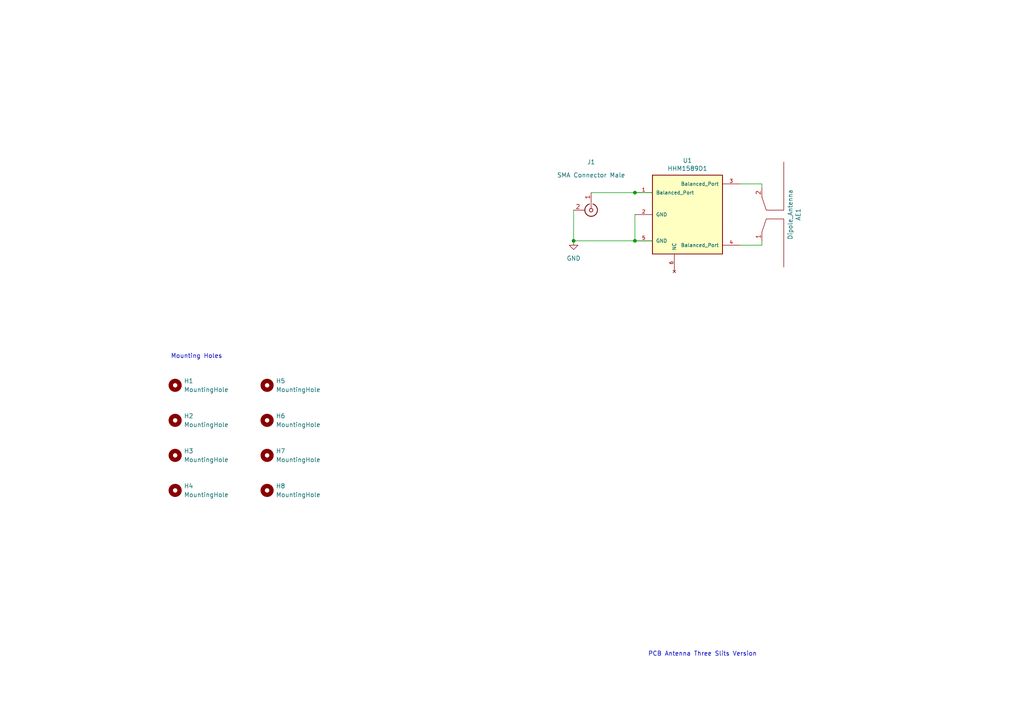
<source format=kicad_sch>
(kicad_sch (version 20211123) (generator eeschema)
  (paper "A4")
  (lib_symbols
    (symbol "Connector:Conn_Coaxial" (pin_names (offset 1.016) hide)
      (property "Reference" "J" (at 0.254 3.048 0))
      (property "Value" "Conn_Coaxial" (at 2.921 0 90))
      (symbol "Conn_Coaxial_0_1"
        (arc (start -1.778 -0.508) (mid 0.2311 -1.8066) (end 1.778 0) (stroke (width 0.254)))
        (polyline (pts (xy -2.54 0) (xy -0.508 0)))
        (polyline (pts (xy 0 -2.54) (xy 0 -1.778)))
        (circle (center 0 0) (radius 0.508) (stroke (width 0.2032)))
        (arc (start 1.778 0) (mid 0.2099 1.8101) (end -1.778 0.508) (stroke (width 0.254)))
      )
      (symbol "Conn_Coaxial_1_1"
        (pin passive line (at -5.08 0 0) (length 2.54) (name "In") (number "1"))
        (pin passive line (at 0 -5.08 90) (length 2.54) (name "Ext") (number "2"))
      )
    )
    (symbol "Mechanical:MountingHole" (pin_names (offset 1.016))
      (property "Reference" "H" (at 0 5.08 0))
      (property "Value" "MountingHole" (at 0 3.175 0))
      (symbol "MountingHole_0_1"
        (circle (center 0 0) (radius 1.27) (stroke (width 1.27)))
      )
    )
    (symbol "power:GND" (power) (pin_names (offset 0))
      (property "Value" "GND" (at 0 -3.81 0))
      (symbol "GND_0_1"
        (polyline (pts (xy 0 0) (xy 0 -1.27) (xy 1.27 -1.27) (xy 0 -2.54) (xy -1.27 -1.27) (xy 0 -1.27)))
      )
      (symbol "GND_1_1"
        (pin power_in line (at 0 0 270) (length 0) hide (name "GND") (number "1"))
      )
    )
    (symbol "solar-panel-side-Z-minus-rescue:HHM1589D1-sapling" (pin_names (offset 1.016))
      (property "Reference" "U" (at 0 0 0))
      (property "Value" "HHM1589D1-sapling" (at 0 2.54 0))
      (symbol "HHM1589D1-sapling_1_1"
        (rectangle (start -10.16 -25.4) (end 10.16 -2.54) (stroke (width 0.254)) (fill (type background)))
        (pin bidirectional line (at -15.24 -7.62 0) (length 5.08) (name "Balanced_Port") (number "1"))
        (pin power_in line (at -15.24 -13.97 0) (length 5.08) (name "GND") (number "2"))
        (pin bidirectional line (at 15.24 -5.08 180) (length 5.08) (name "Balanced_Port") (number "3"))
        (pin bidirectional line (at 15.24 -22.86 180) (length 5.08) (name "Balanced_Port") (number "4"))
        (pin power_in line (at -15.24 -21.59 0) (length 5.08) (name "GND") (number "5"))
        (pin no_connect line (at -3.81 -30.48 90) (length 5.08) (name "NC") (number "6"))
      )
    )
    (symbol "solar-panel-side-Z-minus-rescue:UHF_Dipole_Antenna-sapling" (pin_names (offset 1.016))
      (property "Reference" "AE" (at 0 2.54 0))
      (property "Value" "UHF_Dipole_Antenna-sapling" (at 0 5.08 0))
      (symbol "UHF_Dipole_Antenna-sapling_0_1"
        (polyline (pts (xy 1.27 -3.81) (xy 5.08 -5.08)))
        (polyline (pts (xy 11.43 1.27) (xy 13.97 1.27)))
        (polyline (pts (xy 13.97 1.27) (xy 15.24 1.27)))
        (polyline (pts (xy 1.27 -3.81) (xy 1.27 1.27) (xy 11.43 1.27)))
        (polyline (pts (xy -15.24 1.27) (xy -1.27 1.27) (xy -1.27 -3.81) (xy -5.08 -5.08)))
      )
      (symbol "UHF_Dipole_Antenna-sapling_1_1"
        (pin passive line (at -7.62 -5.08 0) (length 2.54) (name "~") (number "1"))
        (pin passive line (at 7.62 -5.08 180) (length 2.54) (name "~") (number "2"))
      )
    )
  )
  (junction (at 166.37 69.85))
  (junction (at 184.15 69.85))
  (junction (at 184.15 55.88))
  (wire (pts (xy 220.98 53.34) (xy 220.98 54.61)))
  (wire (pts (xy 220.98 69.85) (xy 220.98 71.12)))
  (wire (pts (xy 220.98 71.12) (xy 214.63 71.12)))
  (wire (pts (xy 189.23 69.85) (xy 184.15 69.85)))
  (wire (pts (xy 214.63 53.34) (xy 220.98 53.34)))
  (wire (pts (xy 171.45 55.88) (xy 184.15 55.88)))
  (wire (pts (xy 184.15 55.88) (xy 189.23 55.88)))
  (wire (pts (xy 184.15 62.23) (xy 184.15 69.85)))
  (wire (pts (xy 184.15 69.85) (xy 166.37 69.85)))
  (wire (pts (xy 166.37 69.85) (xy 166.37 60.96)))
  (text "Mounting Holes" (at 49.53 104.14 0) (effects (font (size 1.27 1.27)) (justify left bottom)))
  (text "PCB Antenna Three Slits Version" (at 187.96 190.5 0) (effects (font (size 1.27 1.27)) (justify left bottom)))
  (symbol (lib_id "Connector:Conn_Coaxial") (at 171.45 60.96 270) (unit 1)
    (property "Reference" "J1" (at 171.45 46.99 90))
    (property "Value" "SMA Connector Male" (at 171.45 50.8 90))
    (property "Footprint" "ISP:SMA_Connector" (effects hide))
    (property "Datasheet" " ~" (effects hide))
  )
  (symbol (lib_id "solar-panel-side-Z-minus-rescue:UHF_Dipole_Antenna-sapling") (at 226.06 62.23 270) (mirror x) (unit 1)
    (property "Reference" "AE1" (at 231.521 62.23 0))
    (property "Value" "Dipole_Antenna" (at 229.2096 62.23 0))
    (property "Footprint" "ISP:Antenna_Pads" (effects hide))
  )
  (symbol (lib_id "Mechanical:MountingHole") (at 77.47 142.24 0) (unit 1)
    (property "Reference" "H8" (at 80.01 140.9699 0) (effects (justify left)))
    (property "Value" "MountingHole" (at 80.01 143.5099 0) (effects (justify left)))
    (property "Footprint" "MountingHole:MountingHole_2.7mm_M2.5_DIN965_Pad" (effects hide))
  )
  (symbol (lib_id "power:GND") (at 166.37 69.85 0) (unit 1)
    (property "Reference" "#PWR0101" (effects hide))
    (property "Value" "GND" (at 166.37 74.93 0))
  )
  (symbol (lib_id "Mechanical:MountingHole") (at 77.47 111.76 0) (unit 1)
    (property "Reference" "H5" (at 80.01 110.4899 0) (effects (justify left)))
    (property "Value" "MountingHole" (at 80.01 113.0299 0) (effects (justify left)))
    (property "Footprint" "MountingHole:MountingHole_2.7mm_M2.5_DIN965_Pad" (effects hide))
  )
  (symbol (lib_id "Mechanical:MountingHole") (at 50.8 132.08 0) (unit 1)
    (property "Reference" "H3" (at 53.34 130.8099 0) (effects (justify left)))
    (property "Value" "MountingHole" (at 53.34 133.3499 0) (effects (justify left)))
    (property "Footprint" "ISP:MountingHole_3.7mm_Pad_Modified" (effects hide))
  )
  (symbol (lib_id "Mechanical:MountingHole") (at 50.8 142.24 0) (unit 1)
    (property "Reference" "H4" (at 53.34 140.9699 0) (effects (justify left)))
    (property "Value" "MountingHole" (at 53.34 143.5099 0) (effects (justify left)))
    (property "Footprint" "ISP:MountingHole_3.7mm_Pad_Modified" (effects hide))
  )
  (symbol (lib_id "Mechanical:MountingHole") (at 77.47 121.92 0) (unit 1)
    (property "Reference" "H6" (at 80.01 120.6499 0) (effects (justify left)))
    (property "Value" "MountingHole" (at 80.01 123.1899 0) (effects (justify left)))
    (property "Footprint" "MountingHole:MountingHole_2.7mm_M2.5_DIN965_Pad" (effects hide))
  )
  (symbol (lib_id "Mechanical:MountingHole") (at 77.47 132.08 0) (unit 1)
    (property "Reference" "H7" (at 80.01 130.8099 0) (effects (justify left)))
    (property "Value" "MountingHole" (at 80.01 133.3499 0) (effects (justify left)))
    (property "Footprint" "MountingHole:MountingHole_2.7mm_M2.5_DIN965_Pad" (effects hide))
  )
  (symbol (lib_id "solar-panel-side-Z-minus-rescue:HHM1589D1-sapling") (at 199.39 48.26 0) (unit 1)
    (property "Reference" "U1" (at 199.39 46.5582 0))
    (property "Value" "HHM1589D1" (at 199.39 48.8696 0))
    (property "Footprint" "RF_Converter:Balun_Johanson_5400BL15B050E" (effects hide))
  )
  (symbol (lib_id "Mechanical:MountingHole") (at 50.8 121.92 0) (unit 1)
    (property "Reference" "H2" (at 53.34 120.6499 0) (effects (justify left)))
    (property "Value" "MountingHole" (at 53.34 123.1899 0) (effects (justify left)))
    (property "Footprint" "ISP:MountingHole_3.7mm_Pad_Modified" (effects hide))
  )
  (symbol (lib_id "Mechanical:MountingHole") (at 50.8 111.76 0) (unit 1)
    (property "Reference" "H1" (at 53.34 110.4899 0) (effects (justify left)))
    (property "Value" "MountingHole" (at 53.34 113.0299 0) (effects (justify left)))
    (property "Footprint" "ISP:MountingHole_3.7mm_Pad_Modified" (effects hide))
  )
)
</source>
